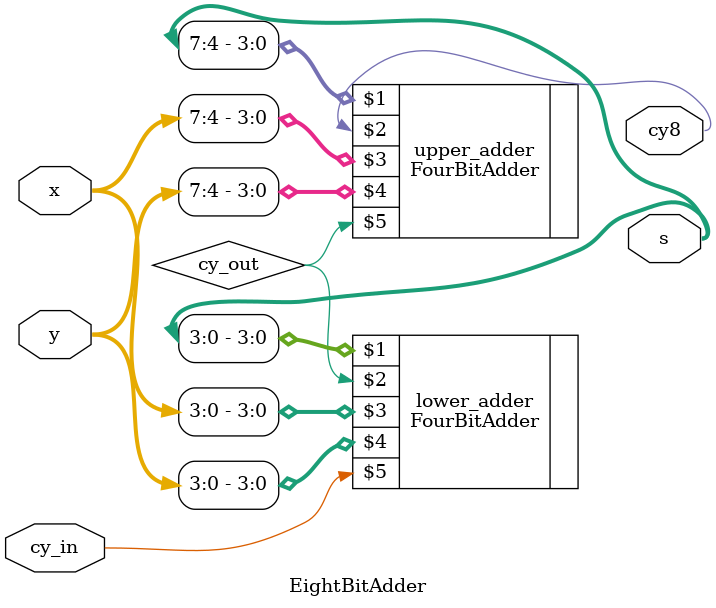
<source format=v>
`timescale 1ns / 1ps


module EightBitAdder(s, cy8, x, y, cy_in);
    input [7:0] x, y;
    input cy_in;
    output [7:0] s;
    output cy8;
    wire cy_out;
    FourBitAdder lower_adder(s[3:0], cy_out, x[3:0], y[3:0], cy_in);
    FourBitAdder upper_adder(s[7:4], cy8, x[7:4], y[7:4], cy_out);
endmodule
</source>
